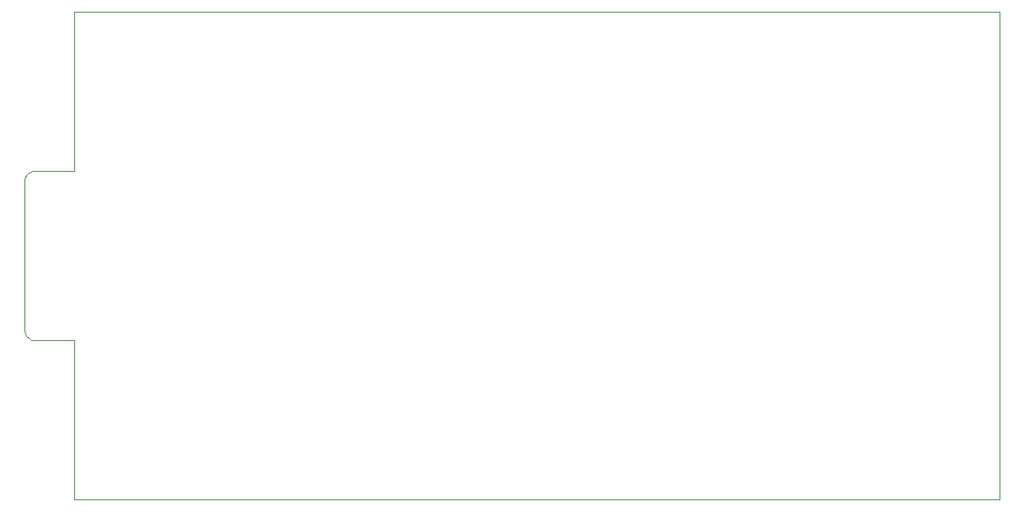
<source format=gbr>
G04 #@! TF.GenerationSoftware,KiCad,Pcbnew,(5.1.5)-3*
G04 #@! TF.CreationDate,2020-12-20T12:51:42+00:00*
G04 #@! TF.ProjectId,sensor_node_PCB,73656e73-6f72-45f6-9e6f-64655f504342,rev?*
G04 #@! TF.SameCoordinates,Original*
G04 #@! TF.FileFunction,Profile,NP*
%FSLAX46Y46*%
G04 Gerber Fmt 4.6, Leading zero omitted, Abs format (unit mm)*
G04 Created by KiCad (PCBNEW (5.1.5)-3) date 2020-12-20 12:51:42*
%MOMM*%
%LPD*%
G04 APERTURE LIST*
%ADD10C,0.050000*%
G04 APERTURE END LIST*
D10*
X102250000Y-115980000D02*
X102253501Y-100890561D01*
X103310000Y-99990000D02*
X107250000Y-100000000D01*
X102253501Y-100890561D02*
G75*
G02X103310000Y-99990000I1056499J-169439D01*
G01*
X107250000Y-117000000D02*
X102950720Y-116998116D01*
X102950720Y-116998117D02*
G75*
G02X102250000Y-115980000I389280J1018117D01*
G01*
X107250000Y-133000000D02*
X107250000Y-117000000D01*
X107250000Y-84000000D02*
X107250000Y-100000000D01*
X107250000Y-133000000D02*
X200080000Y-133000000D01*
X107250000Y-84000000D02*
X200000000Y-84000000D01*
X200080000Y-126910000D02*
X200080000Y-133000000D01*
X200000000Y-84000000D02*
X200080000Y-84000000D01*
X200080000Y-89850000D02*
X200080000Y-84000000D01*
X200080000Y-89850000D02*
X200080000Y-126910000D01*
M02*

</source>
